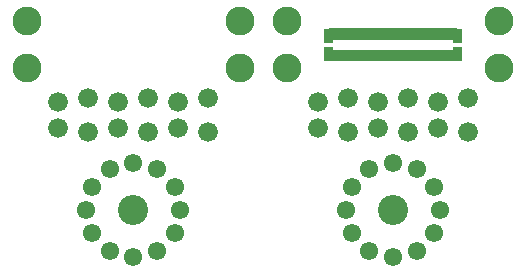
<source format=gbr>
G04 start of page 11 for group -4063 idx -4063 *
G04 Title: (unknown), componentmask *
G04 Creator: pcb 4.2.0 *
G04 CreationDate: Mon Jul 20 21:59:32 2020 UTC *
G04 For: commonadmin *
G04 Format: Gerber/RS-274X *
G04 PCB-Dimensions (mil): 24000.00 18000.00 *
G04 PCB-Coordinate-Origin: lower left *
%MOIN*%
%FSLAX25Y25*%
%LNTOPMASK*%
%ADD63C,0.0001*%
%ADD62C,0.1005*%
%ADD61C,0.0960*%
%ADD60C,0.0660*%
%ADD59C,0.0611*%
G54D59*X618110Y233858D03*
G54D60*X615236Y246272D03*
G54D59*X624016Y227953D03*
G54D60*X635236Y257772D03*
Y246272D03*
X625236Y247772D03*
Y256272D03*
X615236Y257772D03*
X605236Y256272D03*
Y247772D03*
G54D61*X645669Y267520D03*
G54D59*X610236Y236024D03*
X594488Y220276D03*
X602362Y233858D03*
X596457Y227953D03*
G54D62*X610236Y220276D03*
G54D59*Y204528D03*
X625984Y220276D03*
X618110Y206693D03*
X624016Y212598D03*
X602362Y206693D03*
X596457Y212598D03*
G54D60*X595236Y246272D03*
G54D61*X645669Y283268D03*
X574803D03*
X559055D03*
X488189D03*
G54D60*X595236Y257772D03*
X585236Y256272D03*
Y247772D03*
G54D61*X574803Y267520D03*
X559055D03*
G54D60*X548599Y257788D03*
X528599D03*
X518599Y256288D03*
X508599Y257788D03*
X498599Y256288D03*
G54D61*X488189Y267520D03*
G54D60*X548599Y246288D03*
X528599D03*
X518599Y247788D03*
X508599Y246288D03*
X498599Y247788D03*
X538599D03*
Y256288D03*
G54D62*X523622Y220276D03*
G54D59*X507874D03*
X509843Y227953D03*
Y212598D03*
X523622Y204528D03*
Y236024D03*
X515748Y233858D03*
Y206693D03*
X539370Y220276D03*
X531496Y206693D03*
Y233858D03*
X537402Y212598D03*
Y227953D03*
G54D63*G36*
X633067Y280783D02*X630240D01*
Y276028D01*
X633067D01*
Y280783D01*
G37*
G36*
Y274760D02*X630240D01*
Y270004D01*
X633067D01*
Y274760D01*
G37*
G36*
X608087Y280843D02*X605457D01*
Y277031D01*
X608087D01*
Y280843D01*
G37*
G36*
X609465D02*X606835D01*
Y277031D01*
X609465D01*
Y280843D01*
G37*
G36*
X610843D02*X608213D01*
Y277031D01*
X610843D01*
Y280843D01*
G37*
G36*
X612220D02*X609591D01*
Y277031D01*
X612220D01*
Y280843D01*
G37*
G36*
X613598D02*X610969D01*
Y277031D01*
X613598D01*
Y280843D01*
G37*
G36*
X614976D02*X612346D01*
Y277031D01*
X614976D01*
Y280843D01*
G37*
G36*
X616354D02*X613724D01*
Y277031D01*
X616354D01*
Y280843D01*
G37*
G36*
X617732D02*X615102D01*
Y277031D01*
X617732D01*
Y280843D01*
G37*
G36*
X619110D02*X616480D01*
Y277031D01*
X619110D01*
Y280843D01*
G37*
G36*
X620488D02*X617858D01*
Y277031D01*
X620488D01*
Y280843D01*
G37*
G36*
X621866D02*X619236D01*
Y277031D01*
X621866D01*
Y280843D01*
G37*
G36*
X623244D02*X620614D01*
Y277031D01*
X623244D01*
Y280843D01*
G37*
G36*
X624622D02*X621992D01*
Y277031D01*
X624622D01*
Y280843D01*
G37*
G36*
X626000D02*X623370D01*
Y277031D01*
X626000D01*
Y280843D01*
G37*
G36*
X627378D02*X624748D01*
Y277031D01*
X627378D01*
Y280843D01*
G37*
G36*
X628756D02*X626126D01*
Y277031D01*
X628756D01*
Y280843D01*
G37*
G36*
X630134D02*X627504D01*
Y277031D01*
X630134D01*
Y280843D01*
G37*
G36*
X631512D02*X628882D01*
Y277031D01*
X631512D01*
Y280843D01*
G37*
G36*
X610843Y273756D02*X608213D01*
Y269945D01*
X610843D01*
Y273756D01*
G37*
G36*
X612220D02*X609591D01*
Y269945D01*
X612220D01*
Y273756D01*
G37*
G36*
X613598D02*X610969D01*
Y269945D01*
X613598D01*
Y273756D01*
G37*
G36*
X614976D02*X612346D01*
Y269945D01*
X614976D01*
Y273756D01*
G37*
G36*
X616354D02*X613724D01*
Y269945D01*
X616354D01*
Y273756D01*
G37*
G36*
X617732D02*X615102D01*
Y269945D01*
X617732D01*
Y273756D01*
G37*
G36*
X619110D02*X616480D01*
Y269945D01*
X619110D01*
Y273756D01*
G37*
G36*
X620488D02*X617858D01*
Y269945D01*
X620488D01*
Y273756D01*
G37*
G36*
X621866D02*X619236D01*
Y269945D01*
X621866D01*
Y273756D01*
G37*
G36*
X623244D02*X620614D01*
Y269945D01*
X623244D01*
Y273756D01*
G37*
G36*
X624622D02*X621992D01*
Y269945D01*
X624622D01*
Y273756D01*
G37*
G36*
X626000D02*X623370D01*
Y269945D01*
X626000D01*
Y273756D01*
G37*
G36*
X627378D02*X624748D01*
Y269945D01*
X627378D01*
Y273756D01*
G37*
G36*
X628756D02*X626126D01*
Y269945D01*
X628756D01*
Y273756D01*
G37*
G36*
X630134D02*X627504D01*
Y269945D01*
X630134D01*
Y273756D01*
G37*
G36*
X631512D02*X628882D01*
Y269945D01*
X631512D01*
Y273756D01*
G37*
G36*
X590193Y280783D02*X587366D01*
Y276028D01*
X590193D01*
Y280783D01*
G37*
G36*
Y274760D02*X587366D01*
Y270004D01*
X590193D01*
Y274760D01*
G37*
G36*
X591551Y280843D02*X588921D01*
Y277031D01*
X591551D01*
Y280843D01*
G37*
G36*
X592929D02*X590299D01*
Y277031D01*
X592929D01*
Y280843D01*
G37*
G36*
X594307D02*X591677D01*
Y277031D01*
X594307D01*
Y280843D01*
G37*
G36*
X595685D02*X593055D01*
Y277031D01*
X595685D01*
Y280843D01*
G37*
G36*
X597063D02*X594433D01*
Y277031D01*
X597063D01*
Y280843D01*
G37*
G36*
X591551Y273756D02*X588921D01*
Y269945D01*
X591551D01*
Y273756D01*
G37*
G36*
X598441Y280843D02*X595811D01*
Y277031D01*
X598441D01*
Y280843D01*
G37*
G36*
X599819D02*X597189D01*
Y277031D01*
X599819D01*
Y280843D01*
G37*
G36*
X601197D02*X598567D01*
Y277031D01*
X601197D01*
Y280843D01*
G37*
G36*
X602575D02*X599945D01*
Y277031D01*
X602575D01*
Y280843D01*
G37*
G36*
X603953D02*X601323D01*
Y277031D01*
X603953D01*
Y280843D01*
G37*
G36*
X605331D02*X602701D01*
Y277031D01*
X605331D01*
Y280843D01*
G37*
G36*
X606709D02*X604079D01*
Y277031D01*
X606709D01*
Y280843D01*
G37*
G36*
X592929Y273756D02*X590299D01*
Y269945D01*
X592929D01*
Y273756D01*
G37*
G36*
X594307D02*X591677D01*
Y269945D01*
X594307D01*
Y273756D01*
G37*
G36*
X595685D02*X593055D01*
Y269945D01*
X595685D01*
Y273756D01*
G37*
G36*
X597063D02*X594433D01*
Y269945D01*
X597063D01*
Y273756D01*
G37*
G36*
X598441D02*X595811D01*
Y269945D01*
X598441D01*
Y273756D01*
G37*
G36*
X599819D02*X597189D01*
Y269945D01*
X599819D01*
Y273756D01*
G37*
G36*
X601197D02*X598567D01*
Y269945D01*
X601197D01*
Y273756D01*
G37*
G36*
X602575D02*X599945D01*
Y269945D01*
X602575D01*
Y273756D01*
G37*
G36*
X603953D02*X601323D01*
Y269945D01*
X603953D01*
Y273756D01*
G37*
G36*
X605331D02*X602701D01*
Y269945D01*
X605331D01*
Y273756D01*
G37*
G36*
X606709D02*X604079D01*
Y269945D01*
X606709D01*
Y273756D01*
G37*
G36*
X608087D02*X605457D01*
Y269945D01*
X608087D01*
Y273756D01*
G37*
G36*
X609465D02*X606835D01*
Y269945D01*
X609465D01*
Y273756D01*
G37*
M02*

</source>
